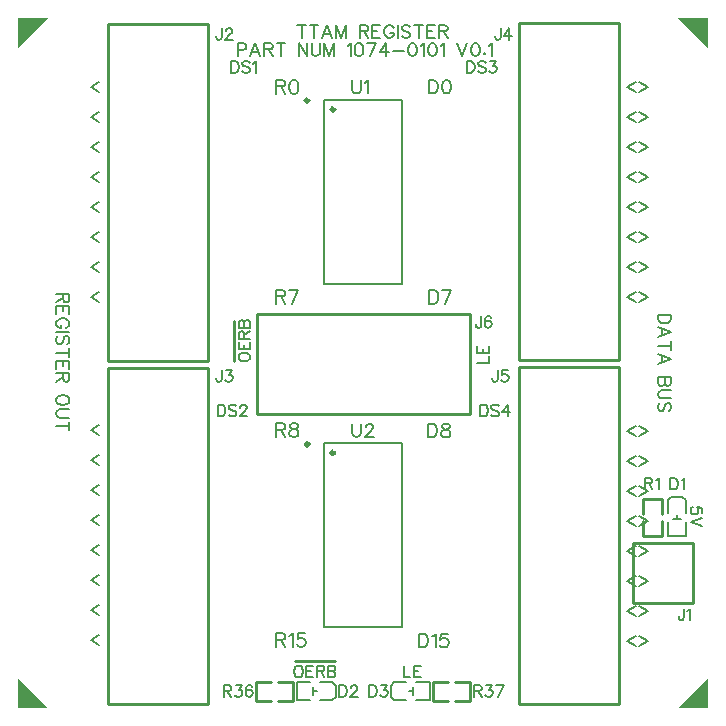
<source format=gto>
G04 Layer: TopSilkscreenLayer*
G04 Panelize: , Column: 2, Row: 2, Board Size: 58.42mm x 58.42mm, Panelized Board Size: 118.84mm x 118.84mm*
G04 EasyEDA v6.5.34, 2023-09-05 23:37:52*
G04 71e8e7d8462e44579d9289b60e05a131,5a6b42c53f6a479593ecc07194224c93,10*
G04 Gerber Generator version 0.2*
G04 Scale: 100 percent, Rotated: No, Reflected: No *
G04 Dimensions in millimeters *
G04 leading zeros omitted , absolute positions ,4 integer and 5 decimal *
%FSLAX45Y45*%
%MOMM*%

%ADD10C,0.1524*%
%ADD11C,0.2540*%
%ADD12C,0.1500*%
%ADD13C,0.3000*%

%LPD*%
D10*
X2398623Y5779515D02*
G01*
X2398623Y5670550D01*
X2362301Y5779515D02*
G01*
X2434945Y5779515D01*
X2505557Y5779515D02*
G01*
X2505557Y5670550D01*
X2469235Y5779515D02*
G01*
X2541879Y5779515D01*
X2617825Y5779515D02*
G01*
X2576169Y5670550D01*
X2617825Y5779515D02*
G01*
X2659481Y5670550D01*
X2591917Y5706871D02*
G01*
X2643733Y5706871D01*
X2693771Y5779515D02*
G01*
X2693771Y5670550D01*
X2693771Y5779515D02*
G01*
X2735173Y5670550D01*
X2776829Y5779515D02*
G01*
X2735173Y5670550D01*
X2776829Y5779515D02*
G01*
X2776829Y5670550D01*
X2891129Y5779515D02*
G01*
X2891129Y5670550D01*
X2891129Y5779515D02*
G01*
X2937865Y5779515D01*
X2953359Y5774436D01*
X2958693Y5769102D01*
X2963773Y5758687D01*
X2963773Y5748273D01*
X2958693Y5737860D01*
X2953359Y5732779D01*
X2937865Y5727700D01*
X2891129Y5727700D01*
X2927451Y5727700D02*
G01*
X2963773Y5670550D01*
X2998063Y5779515D02*
G01*
X2998063Y5670550D01*
X2998063Y5779515D02*
G01*
X3065627Y5779515D01*
X2998063Y5727700D02*
G01*
X3039719Y5727700D01*
X2998063Y5670550D02*
G01*
X3065627Y5670550D01*
X3177895Y5753607D02*
G01*
X3172815Y5764021D01*
X3162401Y5774436D01*
X3151987Y5779515D01*
X3131159Y5779515D01*
X3120745Y5774436D01*
X3110331Y5764021D01*
X3105251Y5753607D01*
X3099917Y5737860D01*
X3099917Y5711952D01*
X3105251Y5696457D01*
X3110331Y5686044D01*
X3120745Y5675629D01*
X3131159Y5670550D01*
X3151987Y5670550D01*
X3162401Y5675629D01*
X3172815Y5686044D01*
X3177895Y5696457D01*
X3177895Y5711952D01*
X3151987Y5711952D02*
G01*
X3177895Y5711952D01*
X3212185Y5779515D02*
G01*
X3212185Y5670550D01*
X3319119Y5764021D02*
G01*
X3308705Y5774436D01*
X3293211Y5779515D01*
X3272383Y5779515D01*
X3256889Y5774436D01*
X3246475Y5764021D01*
X3246475Y5753607D01*
X3251555Y5743194D01*
X3256889Y5737860D01*
X3267303Y5732779D01*
X3298545Y5722365D01*
X3308705Y5717286D01*
X3314039Y5711952D01*
X3319119Y5701537D01*
X3319119Y5686044D01*
X3308705Y5675629D01*
X3293211Y5670550D01*
X3272383Y5670550D01*
X3256889Y5675629D01*
X3246475Y5686044D01*
X3389985Y5779515D02*
G01*
X3389985Y5670550D01*
X3353409Y5779515D02*
G01*
X3426307Y5779515D01*
X3460597Y5779515D02*
G01*
X3460597Y5670550D01*
X3460597Y5779515D02*
G01*
X3528161Y5779515D01*
X3460597Y5727700D02*
G01*
X3501999Y5727700D01*
X3460597Y5670550D02*
G01*
X3528161Y5670550D01*
X3562451Y5779515D02*
G01*
X3562451Y5670550D01*
X3562451Y5779515D02*
G01*
X3609187Y5779515D01*
X3624681Y5774436D01*
X3630015Y5769102D01*
X3635095Y5758687D01*
X3635095Y5748273D01*
X3630015Y5737860D01*
X3624681Y5732779D01*
X3609187Y5727700D01*
X3562451Y5727700D01*
X3598773Y5727700D02*
G01*
X3635095Y5670550D01*
X1858010Y5627115D02*
G01*
X1858010Y5518150D01*
X1858010Y5627115D02*
G01*
X1904745Y5627115D01*
X1920494Y5622036D01*
X1925573Y5616702D01*
X1930908Y5606287D01*
X1930908Y5590794D01*
X1925573Y5580379D01*
X1920494Y5575300D01*
X1904745Y5569965D01*
X1858010Y5569965D01*
X2006600Y5627115D02*
G01*
X1965197Y5518150D01*
X2006600Y5627115D02*
G01*
X2048256Y5518150D01*
X1980691Y5554471D02*
G01*
X2032761Y5554471D01*
X2082545Y5627115D02*
G01*
X2082545Y5518150D01*
X2082545Y5627115D02*
G01*
X2129281Y5627115D01*
X2144775Y5622036D01*
X2150109Y5616702D01*
X2155190Y5606287D01*
X2155190Y5595873D01*
X2150109Y5585460D01*
X2144775Y5580379D01*
X2129281Y5575300D01*
X2082545Y5575300D01*
X2118868Y5575300D02*
G01*
X2155190Y5518150D01*
X2225802Y5627115D02*
G01*
X2225802Y5518150D01*
X2189479Y5627115D02*
G01*
X2262377Y5627115D01*
X2376677Y5627115D02*
G01*
X2376677Y5518150D01*
X2376677Y5627115D02*
G01*
X2449322Y5518150D01*
X2449322Y5627115D02*
G01*
X2449322Y5518150D01*
X2483611Y5627115D02*
G01*
X2483611Y5549137D01*
X2488691Y5533644D01*
X2499106Y5523229D01*
X2514854Y5518150D01*
X2525268Y5518150D01*
X2540761Y5523229D01*
X2551175Y5533644D01*
X2556256Y5549137D01*
X2556256Y5627115D01*
X2590545Y5627115D02*
G01*
X2590545Y5518150D01*
X2590545Y5627115D02*
G01*
X2632202Y5518150D01*
X2673858Y5627115D02*
G01*
X2632202Y5518150D01*
X2673858Y5627115D02*
G01*
X2673858Y5518150D01*
X2788158Y5606287D02*
G01*
X2798572Y5611621D01*
X2814065Y5627115D01*
X2814065Y5518150D01*
X2879597Y5627115D02*
G01*
X2863850Y5622036D01*
X2853436Y5606287D01*
X2848356Y5580379D01*
X2848356Y5564886D01*
X2853436Y5538723D01*
X2863850Y5523229D01*
X2879597Y5518150D01*
X2890011Y5518150D01*
X2905506Y5523229D01*
X2915920Y5538723D01*
X2921000Y5564886D01*
X2921000Y5580379D01*
X2915920Y5606287D01*
X2905506Y5622036D01*
X2890011Y5627115D01*
X2879597Y5627115D01*
X3028188Y5627115D02*
G01*
X2976118Y5518150D01*
X2955290Y5627115D02*
G01*
X3028188Y5627115D01*
X3114293Y5627115D02*
G01*
X3062477Y5554471D01*
X3140202Y5554471D01*
X3114293Y5627115D02*
G01*
X3114293Y5518150D01*
X3174491Y5564886D02*
G01*
X3268218Y5564886D01*
X3333495Y5627115D02*
G01*
X3318002Y5622036D01*
X3307588Y5606287D01*
X3302508Y5580379D01*
X3302508Y5564886D01*
X3307588Y5538723D01*
X3318002Y5523229D01*
X3333495Y5518150D01*
X3343909Y5518150D01*
X3359658Y5523229D01*
X3370072Y5538723D01*
X3375152Y5564886D01*
X3375152Y5580379D01*
X3370072Y5606287D01*
X3359658Y5622036D01*
X3343909Y5627115D01*
X3333495Y5627115D01*
X3409441Y5606287D02*
G01*
X3419856Y5611621D01*
X3435350Y5627115D01*
X3435350Y5518150D01*
X3500881Y5627115D02*
G01*
X3485388Y5622036D01*
X3474974Y5606287D01*
X3469640Y5580379D01*
X3469640Y5564886D01*
X3474974Y5538723D01*
X3485388Y5523229D01*
X3500881Y5518150D01*
X3511295Y5518150D01*
X3526790Y5523229D01*
X3537204Y5538723D01*
X3542538Y5564886D01*
X3542538Y5580379D01*
X3537204Y5606287D01*
X3526790Y5622036D01*
X3511295Y5627115D01*
X3500881Y5627115D01*
X3576827Y5606287D02*
G01*
X3587241Y5611621D01*
X3602736Y5627115D01*
X3602736Y5518150D01*
X3717036Y5627115D02*
G01*
X3758691Y5518150D01*
X3800093Y5627115D02*
G01*
X3758691Y5518150D01*
X3865625Y5627115D02*
G01*
X3850131Y5622036D01*
X3839718Y5606287D01*
X3834384Y5580379D01*
X3834384Y5564886D01*
X3839718Y5538723D01*
X3850131Y5523229D01*
X3865625Y5518150D01*
X3876040Y5518150D01*
X3891534Y5523229D01*
X3901947Y5538723D01*
X3907281Y5564886D01*
X3907281Y5580379D01*
X3901947Y5606287D01*
X3891534Y5622036D01*
X3876040Y5627115D01*
X3865625Y5627115D01*
X3946652Y5544057D02*
G01*
X3941572Y5538723D01*
X3946652Y5533644D01*
X3951731Y5538723D01*
X3946652Y5544057D01*
X3986022Y5606287D02*
G01*
X3996436Y5611621D01*
X4012184Y5627115D01*
X4012184Y5518150D01*
X432815Y3505200D02*
G01*
X323850Y3505200D01*
X432815Y3505200D02*
G01*
X432815Y3458463D01*
X427736Y3442970D01*
X422402Y3437636D01*
X411987Y3432555D01*
X401573Y3432555D01*
X391160Y3437636D01*
X386079Y3442970D01*
X381000Y3458463D01*
X381000Y3505200D01*
X381000Y3468878D02*
G01*
X323850Y3432555D01*
X432815Y3398265D02*
G01*
X323850Y3398265D01*
X432815Y3398265D02*
G01*
X432815Y3330702D01*
X381000Y3398265D02*
G01*
X381000Y3356610D01*
X323850Y3398265D02*
G01*
X323850Y3330702D01*
X406907Y3218434D02*
G01*
X417321Y3223513D01*
X427736Y3233928D01*
X432815Y3244342D01*
X432815Y3265170D01*
X427736Y3275584D01*
X417321Y3285997D01*
X406907Y3291078D01*
X391160Y3296412D01*
X365252Y3296412D01*
X349757Y3291078D01*
X339344Y3285997D01*
X328929Y3275584D01*
X323850Y3265170D01*
X323850Y3244342D01*
X328929Y3233928D01*
X339344Y3223513D01*
X349757Y3218434D01*
X365252Y3218434D01*
X365252Y3244342D02*
G01*
X365252Y3218434D01*
X432815Y3184144D02*
G01*
X323850Y3184144D01*
X417321Y3077210D02*
G01*
X427736Y3087370D01*
X432815Y3103118D01*
X432815Y3123945D01*
X427736Y3139439D01*
X417321Y3149854D01*
X406907Y3149854D01*
X396494Y3144520D01*
X391160Y3139439D01*
X386079Y3129026D01*
X375665Y3097784D01*
X370586Y3087370D01*
X365252Y3082289D01*
X354837Y3077210D01*
X339344Y3077210D01*
X328929Y3087370D01*
X323850Y3103118D01*
X323850Y3123945D01*
X328929Y3139439D01*
X339344Y3149854D01*
X432815Y3006344D02*
G01*
X323850Y3006344D01*
X432815Y3042920D02*
G01*
X432815Y2970021D01*
X432815Y2935731D02*
G01*
X323850Y2935731D01*
X432815Y2935731D02*
G01*
X432815Y2868168D01*
X381000Y2935731D02*
G01*
X381000Y2894329D01*
X323850Y2935731D02*
G01*
X323850Y2868168D01*
X432815Y2833878D02*
G01*
X323850Y2833878D01*
X432815Y2833878D02*
G01*
X432815Y2787142D01*
X427736Y2771647D01*
X422402Y2766313D01*
X411987Y2761234D01*
X401573Y2761234D01*
X391160Y2766313D01*
X386079Y2771647D01*
X381000Y2787142D01*
X381000Y2833878D01*
X381000Y2797555D02*
G01*
X323850Y2761234D01*
X432815Y2615692D02*
G01*
X427736Y2626105D01*
X417321Y2636520D01*
X406907Y2641600D01*
X391160Y2646934D01*
X365252Y2646934D01*
X349757Y2641600D01*
X339344Y2636520D01*
X328929Y2626105D01*
X323850Y2615692D01*
X323850Y2594863D01*
X328929Y2584450D01*
X339344Y2574289D01*
X349757Y2568955D01*
X365252Y2563876D01*
X391160Y2563876D01*
X406907Y2568955D01*
X417321Y2574289D01*
X427736Y2584450D01*
X432815Y2594863D01*
X432815Y2615692D01*
X432815Y2529586D02*
G01*
X354837Y2529586D01*
X339344Y2524252D01*
X328929Y2513837D01*
X323850Y2498344D01*
X323850Y2487929D01*
X328929Y2472436D01*
X339344Y2462021D01*
X354837Y2456687D01*
X432815Y2456687D01*
X432815Y2386076D02*
G01*
X323850Y2386076D01*
X432815Y2422397D02*
G01*
X432815Y2349754D01*
X2184400Y629132D02*
G01*
X2184400Y514578D01*
X2184400Y629132D02*
G01*
X2233422Y629132D01*
X2249931Y623544D01*
X2255265Y618210D01*
X2260854Y607288D01*
X2260854Y596366D01*
X2255265Y585444D01*
X2249931Y580110D01*
X2233422Y574522D01*
X2184400Y574522D01*
X2222500Y574522D02*
G01*
X2260854Y514578D01*
X2296668Y607288D02*
G01*
X2307590Y612622D01*
X2324100Y629132D01*
X2324100Y514578D01*
X2425445Y629132D02*
G01*
X2370836Y629132D01*
X2365502Y580110D01*
X2370836Y585444D01*
X2387345Y591032D01*
X2403602Y591032D01*
X2420111Y585444D01*
X2431034Y574522D01*
X2436368Y558266D01*
X2436368Y547344D01*
X2431034Y530834D01*
X2420111Y519912D01*
X2403602Y514578D01*
X2387345Y514578D01*
X2370836Y519912D01*
X2365502Y525500D01*
X2359913Y536422D01*
X2184400Y2407132D02*
G01*
X2184400Y2292578D01*
X2184400Y2407132D02*
G01*
X2233422Y2407132D01*
X2249931Y2401544D01*
X2255265Y2396210D01*
X2260854Y2385288D01*
X2260854Y2374366D01*
X2255265Y2363444D01*
X2249931Y2358110D01*
X2233422Y2352522D01*
X2184400Y2352522D01*
X2222500Y2352522D02*
G01*
X2260854Y2292578D01*
X2324100Y2407132D02*
G01*
X2307590Y2401544D01*
X2302256Y2390622D01*
X2302256Y2379700D01*
X2307590Y2369032D01*
X2318511Y2363444D01*
X2340356Y2358110D01*
X2356865Y2352522D01*
X2367788Y2341600D01*
X2373122Y2330678D01*
X2373122Y2314422D01*
X2367788Y2303500D01*
X2362200Y2297912D01*
X2345943Y2292578D01*
X2324100Y2292578D01*
X2307590Y2297912D01*
X2302256Y2303500D01*
X2296668Y2314422D01*
X2296668Y2330678D01*
X2302256Y2341600D01*
X2313177Y2352522D01*
X2329434Y2358110D01*
X2351277Y2363444D01*
X2362200Y2369032D01*
X2367788Y2379700D01*
X2367788Y2390622D01*
X2362200Y2401544D01*
X2345943Y2407132D01*
X2324100Y2407132D01*
X2184400Y5315432D02*
G01*
X2184400Y5200878D01*
X2184400Y5315432D02*
G01*
X2233422Y5315432D01*
X2249931Y5309844D01*
X2255265Y5304510D01*
X2260854Y5293588D01*
X2260854Y5282666D01*
X2255265Y5271744D01*
X2249931Y5266410D01*
X2233422Y5260822D01*
X2184400Y5260822D01*
X2222500Y5260822D02*
G01*
X2260854Y5200878D01*
X2329434Y5315432D02*
G01*
X2313177Y5309844D01*
X2302256Y5293588D01*
X2296668Y5266410D01*
X2296668Y5249900D01*
X2302256Y5222722D01*
X2313177Y5206212D01*
X2329434Y5200878D01*
X2340356Y5200878D01*
X2356865Y5206212D01*
X2367788Y5222722D01*
X2373122Y5249900D01*
X2373122Y5266410D01*
X2367788Y5293588D01*
X2356865Y5309844D01*
X2340356Y5315432D01*
X2329434Y5315432D01*
X2184400Y3537432D02*
G01*
X2184400Y3422878D01*
X2184400Y3537432D02*
G01*
X2233422Y3537432D01*
X2249931Y3531844D01*
X2255265Y3526510D01*
X2260854Y3515588D01*
X2260854Y3504666D01*
X2255265Y3493744D01*
X2249931Y3488410D01*
X2233422Y3482822D01*
X2184400Y3482822D01*
X2222500Y3482822D02*
G01*
X2260854Y3422878D01*
X2373122Y3537432D02*
G01*
X2318511Y3422878D01*
X2296668Y3537432D02*
G01*
X2373122Y3537432D01*
X1803430Y5473057D02*
G01*
X1803430Y5377553D01*
X1803430Y5473057D02*
G01*
X1835180Y5473057D01*
X1848896Y5468485D01*
X1858037Y5459341D01*
X1862612Y5450197D01*
X1866930Y5436735D01*
X1866930Y5413875D01*
X1862612Y5400159D01*
X1858037Y5391269D01*
X1848896Y5382125D01*
X1835180Y5377553D01*
X1803430Y5377553D01*
X1960653Y5459341D02*
G01*
X1951512Y5468485D01*
X1938047Y5473057D01*
X1919762Y5473057D01*
X1906046Y5468485D01*
X1897153Y5459341D01*
X1897153Y5450197D01*
X1901471Y5441307D01*
X1906046Y5436735D01*
X1915187Y5432163D01*
X1942622Y5423019D01*
X1951512Y5418447D01*
X1956081Y5413875D01*
X1960653Y5404731D01*
X1960653Y5391269D01*
X1951512Y5382125D01*
X1938047Y5377553D01*
X1919762Y5377553D01*
X1906046Y5382125D01*
X1897153Y5391269D01*
X1990628Y5454769D02*
G01*
X1999772Y5459341D01*
X2013488Y5473057D01*
X2013488Y5377553D01*
X1689105Y2564747D02*
G01*
X1689105Y2469243D01*
X1689105Y2564747D02*
G01*
X1720855Y2564747D01*
X1734571Y2560175D01*
X1743712Y2551031D01*
X1748287Y2541887D01*
X1752856Y2528425D01*
X1752856Y2505565D01*
X1748287Y2491849D01*
X1743712Y2482959D01*
X1734571Y2473815D01*
X1720855Y2469243D01*
X1689105Y2469243D01*
X1846328Y2551031D02*
G01*
X1837187Y2560175D01*
X1823722Y2564747D01*
X1805437Y2564747D01*
X1791721Y2560175D01*
X1782828Y2551031D01*
X1782828Y2541887D01*
X1787403Y2532997D01*
X1791721Y2528425D01*
X1800862Y2523853D01*
X1828297Y2514709D01*
X1837187Y2510137D01*
X1841756Y2505565D01*
X1846328Y2496421D01*
X1846328Y2482959D01*
X1837187Y2473815D01*
X1823722Y2469243D01*
X1805437Y2469243D01*
X1791721Y2473815D01*
X1782828Y2482959D01*
X1880872Y2541887D02*
G01*
X1880872Y2546459D01*
X1885447Y2555603D01*
X1890019Y2560175D01*
X1899163Y2564747D01*
X1917197Y2564747D01*
X1926338Y2560175D01*
X1930913Y2555603D01*
X1935485Y2546459D01*
X1935485Y2537315D01*
X1930913Y2528425D01*
X1921769Y2514709D01*
X1876303Y2469243D01*
X1940054Y2469243D01*
X1721873Y2856750D02*
G01*
X1721873Y2784106D01*
X1717299Y2770390D01*
X1712729Y2765818D01*
X1703583Y2761246D01*
X1694695Y2761246D01*
X1685549Y2765818D01*
X1680979Y2770390D01*
X1676407Y2784106D01*
X1676407Y2793250D01*
X1760989Y2856750D02*
G01*
X1811025Y2856750D01*
X1783595Y2820428D01*
X1797309Y2820428D01*
X1806455Y2815856D01*
X1811025Y2811284D01*
X1815599Y2797822D01*
X1815599Y2788678D01*
X1811025Y2774962D01*
X1801881Y2765818D01*
X1788165Y2761246D01*
X1774705Y2761246D01*
X1760989Y2765818D01*
X1756415Y2770390D01*
X1751845Y2779534D01*
X1721873Y5752350D02*
G01*
X1721873Y5679706D01*
X1717299Y5665990D01*
X1712729Y5661418D01*
X1703583Y5656846D01*
X1694695Y5656846D01*
X1685549Y5661418D01*
X1680979Y5665990D01*
X1676407Y5679706D01*
X1676407Y5688850D01*
X1756415Y5729744D02*
G01*
X1756415Y5734316D01*
X1760989Y5743206D01*
X1765559Y5747778D01*
X1774705Y5752350D01*
X1792739Y5752350D01*
X1801881Y5747778D01*
X1806455Y5743206D01*
X1811025Y5734316D01*
X1811025Y5725172D01*
X1806455Y5716028D01*
X1797309Y5702312D01*
X1751845Y5656846D01*
X1815599Y5656846D01*
X685749Y5217464D02*
G01*
X613105Y5258358D01*
X685749Y5299252D01*
X685749Y4963464D02*
G01*
X613105Y5004358D01*
X685749Y5045252D01*
X685749Y4709464D02*
G01*
X613105Y4750358D01*
X685749Y4791252D01*
X685749Y4455464D02*
G01*
X613105Y4496358D01*
X685749Y4537252D01*
X685749Y4201464D02*
G01*
X613105Y4242358D01*
X685749Y4283252D01*
X685749Y3947464D02*
G01*
X613105Y3988358D01*
X685749Y4029252D01*
X685749Y3693464D02*
G01*
X613105Y3734358D01*
X685749Y3775252D01*
X685749Y3439464D02*
G01*
X613105Y3480358D01*
X685749Y3521252D01*
X685774Y2309164D02*
G01*
X613130Y2350058D01*
X685774Y2390952D01*
X685774Y2055164D02*
G01*
X613130Y2096058D01*
X685774Y2136952D01*
X685774Y1801164D02*
G01*
X613130Y1842058D01*
X685774Y1882952D01*
X685774Y1547164D02*
G01*
X613130Y1588058D01*
X685774Y1628952D01*
X685774Y1293164D02*
G01*
X613130Y1334058D01*
X685774Y1374952D01*
X685774Y1039164D02*
G01*
X613130Y1080058D01*
X685774Y1120952D01*
X685774Y785164D02*
G01*
X613130Y826058D01*
X685774Y866952D01*
X685774Y531164D02*
G01*
X613130Y572058D01*
X685774Y612952D01*
X3911625Y2564637D02*
G01*
X3911625Y2469134D01*
X3911625Y2564637D02*
G01*
X3943375Y2564637D01*
X3957091Y2560065D01*
X3966235Y2551176D01*
X3970807Y2542031D01*
X3975125Y2528315D01*
X3975125Y2505710D01*
X3970807Y2491994D01*
X3966235Y2482850D01*
X3957091Y2473705D01*
X3943375Y2469134D01*
X3911625Y2469134D01*
X4068851Y2551176D02*
G01*
X4059707Y2560065D01*
X4046245Y2564637D01*
X4027957Y2564637D01*
X4014241Y2560065D01*
X4005351Y2551176D01*
X4005351Y2542031D01*
X4009669Y2532887D01*
X4014241Y2528315D01*
X4023385Y2523744D01*
X4050817Y2514600D01*
X4059707Y2510281D01*
X4064279Y2505710D01*
X4068851Y2496565D01*
X4068851Y2482850D01*
X4059707Y2473705D01*
X4046245Y2469134D01*
X4027957Y2469134D01*
X4014241Y2473705D01*
X4005351Y2482850D01*
X4144289Y2564637D02*
G01*
X4098823Y2501137D01*
X4167149Y2501137D01*
X4144289Y2564637D02*
G01*
X4144289Y2469134D01*
X3800093Y5472937D02*
G01*
X3800093Y5377434D01*
X3800093Y5472937D02*
G01*
X3831843Y5472937D01*
X3845559Y5468365D01*
X3854704Y5459476D01*
X3859275Y5450331D01*
X3863593Y5436615D01*
X3863593Y5414010D01*
X3859275Y5400294D01*
X3854704Y5391150D01*
X3845559Y5382005D01*
X3831843Y5377434D01*
X3800093Y5377434D01*
X3957320Y5459476D02*
G01*
X3948175Y5468365D01*
X3934713Y5472937D01*
X3916425Y5472937D01*
X3902709Y5468365D01*
X3893820Y5459476D01*
X3893820Y5450331D01*
X3898138Y5441187D01*
X3902709Y5436615D01*
X3911854Y5432044D01*
X3939286Y5422900D01*
X3948175Y5418581D01*
X3952747Y5414010D01*
X3957320Y5404865D01*
X3957320Y5391150D01*
X3948175Y5382005D01*
X3934713Y5377434D01*
X3916425Y5377434D01*
X3902709Y5382005D01*
X3893820Y5391150D01*
X3996436Y5472937D02*
G01*
X4046474Y5472937D01*
X4019041Y5436615D01*
X4032758Y5436615D01*
X4041902Y5432044D01*
X4046474Y5427471D01*
X4051045Y5414010D01*
X4051045Y5404865D01*
X4046474Y5391150D01*
X4037329Y5382005D01*
X4023613Y5377434D01*
X4010152Y5377434D01*
X3996436Y5382005D01*
X3991863Y5386578D01*
X3987291Y5395721D01*
X5228843Y5294376D02*
G01*
X5156200Y5253481D01*
X5228843Y5212334D01*
X5258815Y5294376D02*
G01*
X5331713Y5253481D01*
X5258815Y5212334D01*
X4084065Y5752337D02*
G01*
X4084065Y5679694D01*
X4079493Y5665978D01*
X4074922Y5661405D01*
X4065777Y5656834D01*
X4056888Y5656834D01*
X4047743Y5661405D01*
X4043172Y5665978D01*
X4038600Y5679694D01*
X4038600Y5688837D01*
X4159504Y5752337D02*
G01*
X4114038Y5688837D01*
X4182109Y5688837D01*
X4159504Y5752337D02*
G01*
X4159504Y5656834D01*
X4058665Y2856737D02*
G01*
X4058665Y2784094D01*
X4054093Y2770378D01*
X4049522Y2765805D01*
X4040377Y2761234D01*
X4031488Y2761234D01*
X4022343Y2765805D01*
X4017772Y2770378D01*
X4013200Y2784094D01*
X4013200Y2793237D01*
X4143247Y2856737D02*
G01*
X4097781Y2856737D01*
X4093209Y2815844D01*
X4097781Y2820415D01*
X4111497Y2824987D01*
X4124959Y2824987D01*
X4138675Y2820415D01*
X4147820Y2811271D01*
X4152391Y2797810D01*
X4152391Y2788665D01*
X4147820Y2774950D01*
X4138675Y2765805D01*
X4124959Y2761234D01*
X4111497Y2761234D01*
X4097781Y2765805D01*
X4093209Y2770378D01*
X4088638Y2779521D01*
X3476243Y5316220D02*
G01*
X3476243Y5201665D01*
X3476243Y5316220D02*
G01*
X3514343Y5316220D01*
X3530854Y5310886D01*
X3541775Y5299963D01*
X3547109Y5289042D01*
X3552697Y5272531D01*
X3552697Y5245354D01*
X3547109Y5229097D01*
X3541775Y5218176D01*
X3530854Y5207254D01*
X3514343Y5201665D01*
X3476243Y5201665D01*
X3621277Y5316220D02*
G01*
X3605022Y5310886D01*
X3594100Y5294376D01*
X3588511Y5267197D01*
X3588511Y5250687D01*
X3594100Y5223510D01*
X3605022Y5207254D01*
X3621277Y5201665D01*
X3632200Y5201665D01*
X3648456Y5207254D01*
X3659377Y5223510D01*
X3664965Y5250687D01*
X3664965Y5267197D01*
X3659377Y5294376D01*
X3648456Y5310886D01*
X3632200Y5316220D01*
X3621277Y5316220D01*
X3479825Y3537330D02*
G01*
X3479825Y3422777D01*
X3479825Y3537330D02*
G01*
X3517925Y3537330D01*
X3534435Y3531996D01*
X3545357Y3521075D01*
X3550691Y3510153D01*
X3556279Y3493643D01*
X3556279Y3466464D01*
X3550691Y3450209D01*
X3545357Y3439287D01*
X3534435Y3428364D01*
X3517925Y3422777D01*
X3479825Y3422777D01*
X3668547Y3537330D02*
G01*
X3613937Y3422777D01*
X3592093Y3537330D02*
G01*
X3668547Y3537330D01*
X3393693Y627126D02*
G01*
X3393693Y512571D01*
X3393693Y627126D02*
G01*
X3431793Y627126D01*
X3448304Y621792D01*
X3459225Y610870D01*
X3464559Y599947D01*
X3470147Y583437D01*
X3470147Y556260D01*
X3464559Y540004D01*
X3459225Y529081D01*
X3448304Y518160D01*
X3431793Y512571D01*
X3393693Y512571D01*
X3505961Y605281D02*
G01*
X3516884Y610870D01*
X3533393Y627126D01*
X3533393Y512571D01*
X3634740Y627126D02*
G01*
X3580129Y627126D01*
X3574795Y578104D01*
X3580129Y583437D01*
X3596640Y589026D01*
X3612895Y589026D01*
X3629406Y583437D01*
X3640327Y572515D01*
X3645661Y556260D01*
X3645661Y545337D01*
X3640327Y529081D01*
X3629406Y518160D01*
X3612895Y512571D01*
X3596640Y512571D01*
X3580129Y518160D01*
X3574795Y523494D01*
X3569208Y534415D01*
X3469893Y2405126D02*
G01*
X3469893Y2290571D01*
X3469893Y2405126D02*
G01*
X3507993Y2405126D01*
X3524504Y2399792D01*
X3535425Y2388870D01*
X3540759Y2377947D01*
X3546347Y2361437D01*
X3546347Y2334260D01*
X3540759Y2318004D01*
X3535425Y2307081D01*
X3524504Y2296160D01*
X3507993Y2290571D01*
X3469893Y2290571D01*
X3609593Y2405126D02*
G01*
X3593084Y2399792D01*
X3587750Y2388870D01*
X3587750Y2377947D01*
X3593084Y2367026D01*
X3604006Y2361437D01*
X3625850Y2356104D01*
X3642106Y2350515D01*
X3653027Y2339847D01*
X3658615Y2328926D01*
X3658615Y2312415D01*
X3653027Y2301494D01*
X3647693Y2296160D01*
X3631438Y2290571D01*
X3609593Y2290571D01*
X3593084Y2296160D01*
X3587750Y2301494D01*
X3582161Y2312415D01*
X3582161Y2328926D01*
X3587750Y2339847D01*
X3598672Y2350515D01*
X3614927Y2356104D01*
X3636772Y2361437D01*
X3647693Y2367026D01*
X3653027Y2377947D01*
X3653027Y2388870D01*
X3647693Y2399792D01*
X3631438Y2405126D01*
X3609593Y2405126D01*
X5228843Y5040376D02*
G01*
X5156200Y4999481D01*
X5228843Y4958334D01*
X5258815Y5040376D02*
G01*
X5331713Y4999481D01*
X5258815Y4958334D01*
X5228843Y4786376D02*
G01*
X5156200Y4745481D01*
X5228843Y4704334D01*
X5258815Y4786376D02*
G01*
X5331713Y4745481D01*
X5258815Y4704334D01*
X5228843Y4532376D02*
G01*
X5156200Y4491481D01*
X5228843Y4450334D01*
X5258815Y4532376D02*
G01*
X5331713Y4491481D01*
X5258815Y4450334D01*
X5228843Y4278376D02*
G01*
X5156200Y4237481D01*
X5228843Y4196334D01*
X5258815Y4278376D02*
G01*
X5331713Y4237481D01*
X5258815Y4196334D01*
X5228843Y4024376D02*
G01*
X5156200Y3983481D01*
X5228843Y3942334D01*
X5258815Y4024376D02*
G01*
X5331713Y3983481D01*
X5258815Y3942334D01*
X5228843Y3770376D02*
G01*
X5156200Y3729481D01*
X5228843Y3688334D01*
X5258815Y3770376D02*
G01*
X5331713Y3729481D01*
X5258815Y3688334D01*
X5228843Y3516376D02*
G01*
X5156200Y3475481D01*
X5228843Y3434334D01*
X5258815Y3516376D02*
G01*
X5331713Y3475481D01*
X5258815Y3434334D01*
X5228869Y2386076D02*
G01*
X5156225Y2345181D01*
X5228869Y2304034D01*
X5258841Y2386076D02*
G01*
X5331739Y2345181D01*
X5258841Y2304034D01*
X5228869Y2132076D02*
G01*
X5156225Y2091181D01*
X5228869Y2050034D01*
X5258841Y2132076D02*
G01*
X5331739Y2091181D01*
X5258841Y2050034D01*
X5228869Y1878076D02*
G01*
X5156225Y1837181D01*
X5228869Y1796034D01*
X5258841Y1878076D02*
G01*
X5331739Y1837181D01*
X5258841Y1796034D01*
X5228869Y1624076D02*
G01*
X5156225Y1583181D01*
X5228869Y1542034D01*
X5258841Y1624076D02*
G01*
X5331739Y1583181D01*
X5258841Y1542034D01*
X5228869Y1370076D02*
G01*
X5156225Y1329181D01*
X5228869Y1288034D01*
X5258841Y1370076D02*
G01*
X5331739Y1329181D01*
X5258841Y1288034D01*
X5228869Y1116076D02*
G01*
X5156225Y1075181D01*
X5228869Y1034034D01*
X5258841Y1116076D02*
G01*
X5331739Y1075181D01*
X5258841Y1034034D01*
X5228869Y862076D02*
G01*
X5156225Y821181D01*
X5228869Y780034D01*
X5258841Y862076D02*
G01*
X5331739Y821181D01*
X5258841Y780034D01*
X5228869Y608076D02*
G01*
X5156225Y567181D01*
X5228869Y526034D01*
X5258841Y608076D02*
G01*
X5331739Y567181D01*
X5258841Y526034D01*
X5525515Y3327400D02*
G01*
X5416550Y3327400D01*
X5525515Y3327400D02*
G01*
X5525515Y3291078D01*
X5520436Y3275329D01*
X5510022Y3265170D01*
X5499608Y3259836D01*
X5483859Y3254755D01*
X5457952Y3254755D01*
X5442458Y3259836D01*
X5432043Y3265170D01*
X5421629Y3275329D01*
X5416550Y3291078D01*
X5416550Y3327400D01*
X5525515Y3178810D02*
G01*
X5416550Y3220465D01*
X5525515Y3178810D02*
G01*
X5416550Y3137154D01*
X5452872Y3204718D02*
G01*
X5452872Y3152902D01*
X5525515Y3066542D02*
G01*
X5416550Y3066542D01*
X5525515Y3102863D02*
G01*
X5525515Y3030220D01*
X5525515Y2954273D02*
G01*
X5416550Y2995929D01*
X5525515Y2954273D02*
G01*
X5416550Y2912871D01*
X5452872Y2980436D02*
G01*
X5452872Y2928365D01*
X5525515Y2798571D02*
G01*
X5416550Y2798571D01*
X5525515Y2798571D02*
G01*
X5525515Y2751836D01*
X5520436Y2736087D01*
X5515102Y2731007D01*
X5504688Y2725673D01*
X5494274Y2725673D01*
X5483859Y2731007D01*
X5478779Y2736087D01*
X5473700Y2751836D01*
X5473700Y2798571D02*
G01*
X5473700Y2751836D01*
X5468365Y2736087D01*
X5463286Y2731007D01*
X5452872Y2725673D01*
X5437124Y2725673D01*
X5426709Y2731007D01*
X5421629Y2736087D01*
X5416550Y2751836D01*
X5416550Y2798571D01*
X5525515Y2691384D02*
G01*
X5447538Y2691384D01*
X5432043Y2686304D01*
X5421629Y2675889D01*
X5416550Y2660395D01*
X5416550Y2649981D01*
X5421629Y2634234D01*
X5432043Y2623820D01*
X5447538Y2618739D01*
X5525515Y2618739D01*
X5510022Y2511805D02*
G01*
X5520436Y2522220D01*
X5525515Y2537713D01*
X5525515Y2558542D01*
X5520436Y2574036D01*
X5510022Y2584450D01*
X5499608Y2584450D01*
X5489193Y2579370D01*
X5483859Y2574036D01*
X5478779Y2563621D01*
X5468365Y2532379D01*
X5463286Y2522220D01*
X5457952Y2516886D01*
X5447538Y2511805D01*
X5432043Y2511805D01*
X5421629Y2522220D01*
X5416550Y2537713D01*
X5416550Y2558542D01*
X5421629Y2574036D01*
X5432043Y2584450D01*
X3886961Y2921000D02*
G01*
X3982465Y2921000D01*
X3982465Y2921000D02*
G01*
X3982465Y2975610D01*
X3886961Y3005581D02*
G01*
X3982465Y3005581D01*
X3886961Y3005581D02*
G01*
X3886961Y3064510D01*
X3932427Y3005581D02*
G01*
X3932427Y3041904D01*
X3982465Y3005581D02*
G01*
X3982465Y3064510D01*
X3918965Y3313937D02*
G01*
X3918965Y3241294D01*
X3914393Y3227578D01*
X3909822Y3223005D01*
X3900677Y3218434D01*
X3891788Y3218434D01*
X3882643Y3223005D01*
X3878072Y3227578D01*
X3873500Y3241294D01*
X3873500Y3250437D01*
X4003547Y3300476D02*
G01*
X3998975Y3309365D01*
X3985259Y3313937D01*
X3976115Y3313937D01*
X3962654Y3309365D01*
X3953509Y3295904D01*
X3948938Y3273044D01*
X3948938Y3250437D01*
X3953509Y3232150D01*
X3962654Y3223005D01*
X3976115Y3218434D01*
X3980688Y3218434D01*
X3994404Y3223005D01*
X4003547Y3232150D01*
X4008120Y3245865D01*
X4008120Y3250437D01*
X4003547Y3263900D01*
X3994404Y3273044D01*
X3980688Y3277615D01*
X3976115Y3277615D01*
X3962654Y3273044D01*
X3953509Y3263900D01*
X3948938Y3250437D01*
X1867662Y2960878D02*
G01*
X1872234Y2951987D01*
X1881123Y2942844D01*
X1890268Y2938271D01*
X1903984Y2933700D01*
X1926589Y2933700D01*
X1940306Y2938271D01*
X1949450Y2942844D01*
X1958593Y2951987D01*
X1963165Y2960878D01*
X1963165Y2979165D01*
X1958593Y2988310D01*
X1949450Y2997454D01*
X1940306Y3001771D01*
X1926589Y3006344D01*
X1903984Y3006344D01*
X1890268Y3001771D01*
X1881123Y2997454D01*
X1872234Y2988310D01*
X1867662Y2979165D01*
X1867662Y2960878D01*
X1867662Y3036315D02*
G01*
X1963165Y3036315D01*
X1867662Y3036315D02*
G01*
X1867662Y3095497D01*
X1913128Y3036315D02*
G01*
X1913128Y3072892D01*
X1963165Y3036315D02*
G01*
X1963165Y3095497D01*
X1867662Y3125470D02*
G01*
X1963165Y3125470D01*
X1867662Y3125470D02*
G01*
X1867662Y3166363D01*
X1872234Y3180079D01*
X1876805Y3184652D01*
X1885695Y3189223D01*
X1894839Y3189223D01*
X1903984Y3184652D01*
X1908555Y3180079D01*
X1913128Y3166363D01*
X1913128Y3125470D01*
X1913128Y3157220D02*
G01*
X1963165Y3189223D01*
X1867662Y3219195D02*
G01*
X1963165Y3219195D01*
X1867662Y3219195D02*
G01*
X1867662Y3260089D01*
X1872234Y3273805D01*
X1876805Y3278123D01*
X1885695Y3282695D01*
X1894839Y3282695D01*
X1903984Y3278123D01*
X1908555Y3273805D01*
X1913128Y3260089D01*
X1913128Y3219195D02*
G01*
X1913128Y3260089D01*
X1917700Y3273805D01*
X1922018Y3278123D01*
X1931161Y3282695D01*
X1944877Y3282695D01*
X1954022Y3278123D01*
X1958593Y3273805D01*
X1963165Y3260089D01*
X1963165Y3219195D01*
X5636234Y837440D02*
G01*
X5636234Y764796D01*
X5631662Y751080D01*
X5627090Y746508D01*
X5617946Y741936D01*
X5609056Y741936D01*
X5599912Y746508D01*
X5595340Y751080D01*
X5590768Y764796D01*
X5590768Y773940D01*
X5666206Y819406D02*
G01*
X5675350Y823978D01*
X5689066Y837440D01*
X5689066Y741936D01*
X5790427Y1647207D02*
G01*
X5790427Y1692673D01*
X5749533Y1697245D01*
X5754105Y1692673D01*
X5758677Y1679211D01*
X5758677Y1665495D01*
X5754105Y1651779D01*
X5744961Y1642635D01*
X5731499Y1638063D01*
X5722355Y1638063D01*
X5708639Y1642635D01*
X5699495Y1651779D01*
X5694923Y1665495D01*
X5694923Y1679211D01*
X5699495Y1692673D01*
X5704067Y1697245D01*
X5713211Y1701817D01*
X5790427Y1608091D02*
G01*
X5694923Y1571769D01*
X5790427Y1535447D02*
G01*
X5694923Y1571769D01*
X5228843Y1878076D02*
G01*
X5156200Y1837181D01*
X5228843Y1796034D01*
X2363977Y354837D02*
G01*
X2355088Y350265D01*
X2345943Y341376D01*
X2341372Y332231D01*
X2336800Y318515D01*
X2336800Y295910D01*
X2341372Y282194D01*
X2345943Y273050D01*
X2355088Y263905D01*
X2363977Y259334D01*
X2382265Y259334D01*
X2391409Y263905D01*
X2400554Y273050D01*
X2404872Y282194D01*
X2409443Y295910D01*
X2409443Y318515D01*
X2404872Y332231D01*
X2400554Y341376D01*
X2391409Y350265D01*
X2382265Y354837D01*
X2363977Y354837D01*
X2439415Y354837D02*
G01*
X2439415Y259334D01*
X2439415Y354837D02*
G01*
X2498597Y354837D01*
X2439415Y309371D02*
G01*
X2475991Y309371D01*
X2439415Y259334D02*
G01*
X2498597Y259334D01*
X2528570Y354837D02*
G01*
X2528570Y259334D01*
X2528570Y354837D02*
G01*
X2569463Y354837D01*
X2583179Y350265D01*
X2587752Y345694D01*
X2592324Y336804D01*
X2592324Y327660D01*
X2587752Y318515D01*
X2583179Y313944D01*
X2569463Y309371D01*
X2528570Y309371D01*
X2560320Y309371D02*
G01*
X2592324Y259334D01*
X2622295Y354837D02*
G01*
X2622295Y259334D01*
X2622295Y354837D02*
G01*
X2663190Y354837D01*
X2676906Y350265D01*
X2681224Y345694D01*
X2685795Y336804D01*
X2685795Y327660D01*
X2681224Y318515D01*
X2676906Y313944D01*
X2663190Y309371D01*
X2622295Y309371D02*
G01*
X2663190Y309371D01*
X2676906Y304800D01*
X2681224Y300481D01*
X2685795Y291337D01*
X2685795Y277621D01*
X2681224Y268478D01*
X2676906Y263905D01*
X2663190Y259334D01*
X2622295Y259334D01*
X3263925Y354837D02*
G01*
X3263925Y259334D01*
X3263925Y259334D02*
G01*
X3318535Y259334D01*
X3348507Y354837D02*
G01*
X3348507Y259334D01*
X3348507Y354837D02*
G01*
X3407435Y354837D01*
X3348507Y309371D02*
G01*
X3384829Y309371D01*
X3348507Y259334D02*
G01*
X3407435Y259334D01*
X2717825Y189737D02*
G01*
X2717825Y94234D01*
X2717825Y189737D02*
G01*
X2749575Y189737D01*
X2763291Y185165D01*
X2772435Y176276D01*
X2777007Y167131D01*
X2781325Y153415D01*
X2781325Y130810D01*
X2777007Y117094D01*
X2772435Y107950D01*
X2763291Y98805D01*
X2749575Y94234D01*
X2717825Y94234D01*
X2815869Y167131D02*
G01*
X2815869Y171704D01*
X2820441Y180594D01*
X2825013Y185165D01*
X2834157Y189737D01*
X2852445Y189737D01*
X2861335Y185165D01*
X2865907Y180594D01*
X2870479Y171704D01*
X2870479Y162560D01*
X2865907Y153415D01*
X2857017Y139700D01*
X2811551Y94234D01*
X2875051Y94234D01*
X2971800Y189737D02*
G01*
X2971800Y94234D01*
X2971800Y189737D02*
G01*
X3003550Y189737D01*
X3017265Y185165D01*
X3026409Y176276D01*
X3030981Y167131D01*
X3035554Y153415D01*
X3035554Y130810D01*
X3030981Y117094D01*
X3026409Y107950D01*
X3017265Y98805D01*
X3003550Y94234D01*
X2971800Y94234D01*
X3074415Y189737D02*
G01*
X3124454Y189737D01*
X3097275Y153415D01*
X3110991Y153415D01*
X3119881Y148844D01*
X3124454Y144271D01*
X3129025Y130810D01*
X3129025Y121665D01*
X3124454Y107950D01*
X3115309Y98805D01*
X3101847Y94234D01*
X3088131Y94234D01*
X3074415Y98805D01*
X3070097Y103378D01*
X3065525Y112521D01*
X5306298Y1945391D02*
G01*
X5306298Y1849887D01*
X5306298Y1945391D02*
G01*
X5347187Y1945391D01*
X5360903Y1940819D01*
X5365475Y1936247D01*
X5370050Y1927357D01*
X5370050Y1918213D01*
X5365475Y1909069D01*
X5360903Y1904497D01*
X5347187Y1899925D01*
X5306298Y1899925D01*
X5338048Y1899925D02*
G01*
X5370050Y1849887D01*
X5400019Y1927357D02*
G01*
X5408909Y1931929D01*
X5422625Y1945391D01*
X5422625Y1849887D01*
X5522193Y1945391D02*
G01*
X5522193Y1849887D01*
X5522193Y1945391D02*
G01*
X5553943Y1945391D01*
X5567659Y1940819D01*
X5576803Y1931929D01*
X5581375Y1922785D01*
X5585947Y1909069D01*
X5585947Y1886463D01*
X5581375Y1872747D01*
X5576803Y1863603D01*
X5567659Y1854459D01*
X5553943Y1849887D01*
X5522193Y1849887D01*
X5615919Y1927357D02*
G01*
X5624809Y1931929D01*
X5638525Y1945391D01*
X5638525Y1849887D01*
X2829356Y2403246D02*
G01*
X2829356Y2325268D01*
X2834436Y2309774D01*
X2844850Y2299360D01*
X2860598Y2294026D01*
X2870758Y2294026D01*
X2886506Y2299360D01*
X2896920Y2309774D01*
X2902000Y2325268D01*
X2902000Y2403246D01*
X2941624Y2377338D02*
G01*
X2941624Y2382418D01*
X2946704Y2392832D01*
X2952038Y2398166D01*
X2962198Y2403246D01*
X2983026Y2403246D01*
X2993440Y2398166D01*
X2998774Y2392832D01*
X3003854Y2382418D01*
X3003854Y2372004D01*
X2998774Y2361590D01*
X2988360Y2346096D01*
X2936290Y2294026D01*
X3009188Y2294026D01*
X2829306Y5311647D02*
G01*
X2829306Y5233670D01*
X2834386Y5217921D01*
X2844800Y5207507D01*
X2860547Y5202428D01*
X2870961Y5202428D01*
X2886456Y5207507D01*
X2896870Y5217921D01*
X2901950Y5233670D01*
X2901950Y5311647D01*
X2936240Y5290820D02*
G01*
X2946654Y5295900D01*
X2962402Y5311647D01*
X2962402Y5202428D01*
X1739900Y189809D02*
G01*
X1739900Y94353D01*
X1739900Y189809D02*
G01*
X1780809Y189809D01*
X1794446Y185262D01*
X1798990Y180718D01*
X1803537Y171627D01*
X1803537Y162537D01*
X1798990Y153446D01*
X1794446Y148899D01*
X1780809Y144353D01*
X1739900Y144353D01*
X1771718Y144353D02*
G01*
X1803537Y94353D01*
X1842627Y189809D02*
G01*
X1892627Y189809D01*
X1865353Y153446D01*
X1878990Y153446D01*
X1888081Y148899D01*
X1892627Y144353D01*
X1897171Y130718D01*
X1897171Y121627D01*
X1892627Y107990D01*
X1883537Y98899D01*
X1869899Y94353D01*
X1856262Y94353D01*
X1842627Y98899D01*
X1838081Y103446D01*
X1833537Y112537D01*
X1981718Y176171D02*
G01*
X1977171Y185262D01*
X1963536Y189809D01*
X1954446Y189809D01*
X1940808Y185262D01*
X1931718Y171627D01*
X1927171Y148899D01*
X1927171Y126171D01*
X1931718Y107990D01*
X1940808Y98899D01*
X1954446Y94353D01*
X1958990Y94353D01*
X1972627Y98899D01*
X1981718Y107990D01*
X1986262Y121627D01*
X1986262Y126171D01*
X1981718Y139809D01*
X1972627Y148899D01*
X1958990Y153446D01*
X1954446Y153446D01*
X1940808Y148899D01*
X1931718Y139809D01*
X1927171Y126171D01*
X3860800Y189737D02*
G01*
X3860800Y94234D01*
X3860800Y189737D02*
G01*
X3901693Y189737D01*
X3915409Y185165D01*
X3919981Y180594D01*
X3924554Y171704D01*
X3924554Y162560D01*
X3919981Y153415D01*
X3915409Y148844D01*
X3901693Y144271D01*
X3860800Y144271D01*
X3892550Y144271D02*
G01*
X3924554Y94234D01*
X3963415Y189737D02*
G01*
X4013454Y189737D01*
X3986275Y153415D01*
X3999991Y153415D01*
X4008881Y148844D01*
X4013454Y144271D01*
X4018025Y130810D01*
X4018025Y121665D01*
X4013454Y107950D01*
X4004309Y98805D01*
X3990847Y94234D01*
X3977131Y94234D01*
X3963415Y98805D01*
X3959097Y103378D01*
X3954525Y112521D01*
X4111752Y189737D02*
G01*
X4066286Y94234D01*
X4047997Y189737D02*
G01*
X4111752Y189737D01*
G36*
X5588000Y5842000D02*
G01*
X5842000Y5588000D01*
X5842000Y5842000D01*
G37*
G36*
X0Y5842000D02*
G01*
X0Y5588000D01*
X254000Y5842000D01*
G37*
G36*
X0Y254000D02*
G01*
X0Y0D01*
X254000Y0D01*
G37*
G36*
X5842000Y254000D02*
G01*
X5588000Y0D01*
X5842000Y0D01*
G37*
D11*
X2679700Y393700D02*
G01*
X2343150Y393700D01*
X1828800Y2940050D02*
G01*
X1828800Y3276600D01*
D12*
X2497604Y139476D02*
G01*
X2531605Y139476D01*
X2689611Y174703D02*
G01*
X2689611Y184706D01*
X2659616Y214708D01*
X2474610Y64701D02*
G01*
X2359606Y64701D01*
X2474610Y214708D02*
G01*
X2359606Y214708D01*
X2554607Y64701D02*
G01*
X2659616Y64701D01*
X2554607Y214708D02*
G01*
X2659616Y214708D01*
X2359606Y64714D02*
G01*
X2359606Y212704D01*
X2689611Y104711D02*
G01*
X2689611Y174703D01*
X2689611Y104711D02*
G01*
X2689611Y94696D01*
X2659616Y64701D01*
X2497604Y104703D02*
G01*
X2497604Y172702D01*
X3344395Y139923D02*
G01*
X3310394Y139923D01*
X3152388Y104696D02*
G01*
X3152388Y94693D01*
X3182383Y64691D01*
X3367389Y214698D02*
G01*
X3482393Y214698D01*
X3367389Y64691D02*
G01*
X3482393Y64691D01*
X3287392Y214698D02*
G01*
X3182383Y214698D01*
X3287392Y64691D02*
G01*
X3182383Y64691D01*
X3482393Y214685D02*
G01*
X3482393Y66695D01*
X3152388Y174688D02*
G01*
X3152388Y104696D01*
X3152388Y174688D02*
G01*
X3152388Y184703D01*
X3182383Y214698D01*
X3344395Y174696D02*
G01*
X3344395Y106697D01*
D11*
X5291587Y1767967D02*
G01*
X5451591Y1767967D01*
X5292097Y1457906D02*
G01*
X5452102Y1457906D01*
X5451591Y1642971D02*
G01*
X5451591Y1767967D01*
X5291587Y1642971D02*
G01*
X5291587Y1767967D01*
X5452102Y1582907D02*
G01*
X5452102Y1457906D01*
X5292097Y1582907D02*
G01*
X5292097Y1457906D01*
D12*
X5575523Y1595904D02*
G01*
X5575523Y1629905D01*
X5540296Y1787911D02*
G01*
X5530293Y1787911D01*
X5500291Y1757916D01*
X5650298Y1572910D02*
G01*
X5650298Y1457906D01*
X5500291Y1572910D02*
G01*
X5500291Y1457906D01*
X5650298Y1652907D02*
G01*
X5650298Y1757916D01*
X5500291Y1652907D02*
G01*
X5500291Y1757916D01*
X5650285Y1457906D02*
G01*
X5502295Y1457906D01*
X5610288Y1787911D02*
G01*
X5540296Y1787911D01*
X5610288Y1787911D02*
G01*
X5620303Y1787911D01*
X5650298Y1757916D01*
X5610296Y1595904D02*
G01*
X5542297Y1595904D01*
D10*
X2588884Y2238120D02*
G01*
X3253165Y2238120D01*
X3253165Y682879D01*
X2588884Y682879D01*
X2588884Y2238120D01*
X2588859Y5146420D02*
G01*
X3253140Y5146420D01*
X3253140Y3591179D01*
X2588859Y3591179D01*
X2588859Y5146420D01*
D11*
X2326761Y220212D02*
G01*
X2326761Y60208D01*
X2016704Y219702D02*
G01*
X2016704Y59697D01*
X2201765Y60208D02*
G01*
X2326761Y60208D01*
X2201765Y220212D02*
G01*
X2326761Y220212D01*
X2141707Y59697D02*
G01*
X2016704Y59697D01*
X2141707Y219702D02*
G01*
X2016704Y219702D01*
X3515238Y59187D02*
G01*
X3515238Y219191D01*
X3825295Y59697D02*
G01*
X3825295Y219702D01*
X3640234Y219191D02*
G01*
X3515238Y219191D01*
X3640234Y59187D02*
G01*
X3515238Y59187D01*
X3700292Y219702D02*
G01*
X3825295Y219702D01*
X3700292Y59697D02*
G01*
X3825295Y59697D01*
D13*
G75*
G01
X2679141Y2159000D02*
G03X2679141Y2159000I-15011J0D01*
G75*
G01
X2461641Y2232939D02*
G03X2461641Y2232939I-15011J0D01*
G75*
G01
X2679116Y5067300D02*
G03X2679116Y5067300I-15011J0D01*
G75*
G01
X2461616Y5141239D02*
G03X2461616Y5141239I-15011J0D01*
D11*
X756081Y5789320D02*
G01*
X1606092Y5789320D01*
X1606092Y2939313D01*
X756081Y2939313D01*
X756081Y5789320D01*
X756107Y2881020D02*
G01*
X1606118Y2881020D01*
X1606118Y31013D01*
X756107Y31013D01*
X756107Y2881020D01*
X4235907Y2886202D02*
G01*
X5085918Y2886202D01*
X5085918Y36195D01*
X4235907Y36195D01*
X4235907Y2886202D01*
X4235881Y5794502D02*
G01*
X5085892Y5794502D01*
X5085892Y2944495D01*
X4235881Y2944495D01*
X4235881Y5794502D01*
X2022729Y3336899D02*
G01*
X3822725Y3336899D01*
X3822725Y2486888D01*
X2022729Y2486888D01*
X2022729Y3336899D01*
X5207000Y1397000D02*
G01*
X5715000Y1397000D01*
X5715000Y889000D01*
X5207000Y889000D01*
X5207000Y1397000D01*
M02*

</source>
